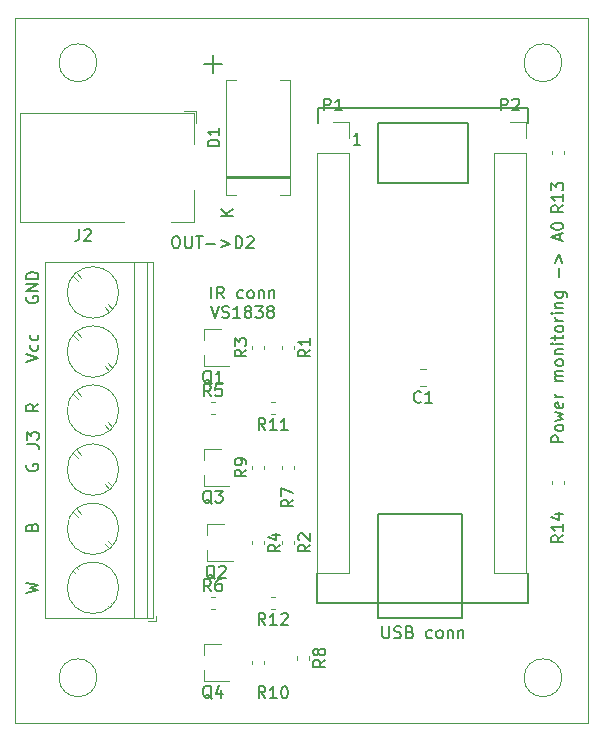
<source format=gbr>
G04 #@! TF.GenerationSoftware,KiCad,Pcbnew,5.1.9-73d0e3b20d~88~ubuntu20.04.1*
G04 #@! TF.CreationDate,2021-01-07T10:05:18+03:00*
G04 #@! TF.ProjectId,RGBschildSOT223,52474273-6368-4696-9c64-534f54323233,rev?*
G04 #@! TF.SameCoordinates,Original*
G04 #@! TF.FileFunction,Legend,Top*
G04 #@! TF.FilePolarity,Positive*
%FSLAX46Y46*%
G04 Gerber Fmt 4.6, Leading zero omitted, Abs format (unit mm)*
G04 Created by KiCad (PCBNEW 5.1.9-73d0e3b20d~88~ubuntu20.04.1) date 2021-01-07 10:05:18*
%MOMM*%
%LPD*%
G01*
G04 APERTURE LIST*
%ADD10C,0.150000*%
G04 #@! TA.AperFunction,Profile*
%ADD11C,0.100000*%
G04 #@! TD*
%ADD12C,0.120000*%
G04 APERTURE END LIST*
D10*
X126325714Y-79462380D02*
X126516190Y-79462380D01*
X126611428Y-79510000D01*
X126706666Y-79605238D01*
X126754285Y-79795714D01*
X126754285Y-80129047D01*
X126706666Y-80319523D01*
X126611428Y-80414761D01*
X126516190Y-80462380D01*
X126325714Y-80462380D01*
X126230476Y-80414761D01*
X126135238Y-80319523D01*
X126087619Y-80129047D01*
X126087619Y-79795714D01*
X126135238Y-79605238D01*
X126230476Y-79510000D01*
X126325714Y-79462380D01*
X127182857Y-79462380D02*
X127182857Y-80271904D01*
X127230476Y-80367142D01*
X127278095Y-80414761D01*
X127373333Y-80462380D01*
X127563809Y-80462380D01*
X127659047Y-80414761D01*
X127706666Y-80367142D01*
X127754285Y-80271904D01*
X127754285Y-79462380D01*
X128087619Y-79462380D02*
X128659047Y-79462380D01*
X128373333Y-80462380D02*
X128373333Y-79462380D01*
X128992380Y-80081428D02*
X129754285Y-80081428D01*
X130230476Y-79795714D02*
X130992380Y-80081428D01*
X130230476Y-80367142D01*
X131468571Y-80462380D02*
X131468571Y-79462380D01*
X131706666Y-79462380D01*
X131849523Y-79510000D01*
X131944761Y-79605238D01*
X131992380Y-79700476D01*
X132040000Y-79890952D01*
X132040000Y-80033809D01*
X131992380Y-80224285D01*
X131944761Y-80319523D01*
X131849523Y-80414761D01*
X131706666Y-80462380D01*
X131468571Y-80462380D01*
X132420952Y-79557619D02*
X132468571Y-79510000D01*
X132563809Y-79462380D01*
X132801904Y-79462380D01*
X132897142Y-79510000D01*
X132944761Y-79557619D01*
X132992380Y-79652857D01*
X132992380Y-79748095D01*
X132944761Y-79890952D01*
X132373333Y-80462380D01*
X132992380Y-80462380D01*
X129413333Y-84717380D02*
X129413333Y-83717380D01*
X130460952Y-84717380D02*
X130127619Y-84241190D01*
X129889523Y-84717380D02*
X129889523Y-83717380D01*
X130270476Y-83717380D01*
X130365714Y-83765000D01*
X130413333Y-83812619D01*
X130460952Y-83907857D01*
X130460952Y-84050714D01*
X130413333Y-84145952D01*
X130365714Y-84193571D01*
X130270476Y-84241190D01*
X129889523Y-84241190D01*
X132080000Y-84669761D02*
X131984761Y-84717380D01*
X131794285Y-84717380D01*
X131699047Y-84669761D01*
X131651428Y-84622142D01*
X131603809Y-84526904D01*
X131603809Y-84241190D01*
X131651428Y-84145952D01*
X131699047Y-84098333D01*
X131794285Y-84050714D01*
X131984761Y-84050714D01*
X132080000Y-84098333D01*
X132651428Y-84717380D02*
X132556190Y-84669761D01*
X132508571Y-84622142D01*
X132460952Y-84526904D01*
X132460952Y-84241190D01*
X132508571Y-84145952D01*
X132556190Y-84098333D01*
X132651428Y-84050714D01*
X132794285Y-84050714D01*
X132889523Y-84098333D01*
X132937142Y-84145952D01*
X132984761Y-84241190D01*
X132984761Y-84526904D01*
X132937142Y-84622142D01*
X132889523Y-84669761D01*
X132794285Y-84717380D01*
X132651428Y-84717380D01*
X133413333Y-84050714D02*
X133413333Y-84717380D01*
X133413333Y-84145952D02*
X133460952Y-84098333D01*
X133556190Y-84050714D01*
X133699047Y-84050714D01*
X133794285Y-84098333D01*
X133841904Y-84193571D01*
X133841904Y-84717380D01*
X134318095Y-84050714D02*
X134318095Y-84717380D01*
X134318095Y-84145952D02*
X134365714Y-84098333D01*
X134460952Y-84050714D01*
X134603809Y-84050714D01*
X134699047Y-84098333D01*
X134746666Y-84193571D01*
X134746666Y-84717380D01*
X129365714Y-85367380D02*
X129699047Y-86367380D01*
X130032380Y-85367380D01*
X130318095Y-86319761D02*
X130460952Y-86367380D01*
X130699047Y-86367380D01*
X130794285Y-86319761D01*
X130841904Y-86272142D01*
X130889523Y-86176904D01*
X130889523Y-86081666D01*
X130841904Y-85986428D01*
X130794285Y-85938809D01*
X130699047Y-85891190D01*
X130508571Y-85843571D01*
X130413333Y-85795952D01*
X130365714Y-85748333D01*
X130318095Y-85653095D01*
X130318095Y-85557857D01*
X130365714Y-85462619D01*
X130413333Y-85415000D01*
X130508571Y-85367380D01*
X130746666Y-85367380D01*
X130889523Y-85415000D01*
X131841904Y-86367380D02*
X131270476Y-86367380D01*
X131556190Y-86367380D02*
X131556190Y-85367380D01*
X131460952Y-85510238D01*
X131365714Y-85605476D01*
X131270476Y-85653095D01*
X132413333Y-85795952D02*
X132318095Y-85748333D01*
X132270476Y-85700714D01*
X132222857Y-85605476D01*
X132222857Y-85557857D01*
X132270476Y-85462619D01*
X132318095Y-85415000D01*
X132413333Y-85367380D01*
X132603809Y-85367380D01*
X132699047Y-85415000D01*
X132746666Y-85462619D01*
X132794285Y-85557857D01*
X132794285Y-85605476D01*
X132746666Y-85700714D01*
X132699047Y-85748333D01*
X132603809Y-85795952D01*
X132413333Y-85795952D01*
X132318095Y-85843571D01*
X132270476Y-85891190D01*
X132222857Y-85986428D01*
X132222857Y-86176904D01*
X132270476Y-86272142D01*
X132318095Y-86319761D01*
X132413333Y-86367380D01*
X132603809Y-86367380D01*
X132699047Y-86319761D01*
X132746666Y-86272142D01*
X132794285Y-86176904D01*
X132794285Y-85986428D01*
X132746666Y-85891190D01*
X132699047Y-85843571D01*
X132603809Y-85795952D01*
X133127619Y-85367380D02*
X133746666Y-85367380D01*
X133413333Y-85748333D01*
X133556190Y-85748333D01*
X133651428Y-85795952D01*
X133699047Y-85843571D01*
X133746666Y-85938809D01*
X133746666Y-86176904D01*
X133699047Y-86272142D01*
X133651428Y-86319761D01*
X133556190Y-86367380D01*
X133270476Y-86367380D01*
X133175238Y-86319761D01*
X133127619Y-86272142D01*
X134318095Y-85795952D02*
X134222857Y-85748333D01*
X134175238Y-85700714D01*
X134127619Y-85605476D01*
X134127619Y-85557857D01*
X134175238Y-85462619D01*
X134222857Y-85415000D01*
X134318095Y-85367380D01*
X134508571Y-85367380D01*
X134603809Y-85415000D01*
X134651428Y-85462619D01*
X134699047Y-85557857D01*
X134699047Y-85605476D01*
X134651428Y-85700714D01*
X134603809Y-85748333D01*
X134508571Y-85795952D01*
X134318095Y-85795952D01*
X134222857Y-85843571D01*
X134175238Y-85891190D01*
X134127619Y-85986428D01*
X134127619Y-86176904D01*
X134175238Y-86272142D01*
X134222857Y-86319761D01*
X134318095Y-86367380D01*
X134508571Y-86367380D01*
X134603809Y-86319761D01*
X134651428Y-86272142D01*
X134699047Y-86176904D01*
X134699047Y-85986428D01*
X134651428Y-85891190D01*
X134603809Y-85843571D01*
X134508571Y-85795952D01*
X138430000Y-68580000D02*
X138430000Y-69850000D01*
X156210000Y-68580000D02*
X138430000Y-68580000D01*
X156210000Y-69850000D02*
X156210000Y-68580000D01*
X159202380Y-96891904D02*
X158202380Y-96891904D01*
X158202380Y-96510952D01*
X158250000Y-96415714D01*
X158297619Y-96368095D01*
X158392857Y-96320476D01*
X158535714Y-96320476D01*
X158630952Y-96368095D01*
X158678571Y-96415714D01*
X158726190Y-96510952D01*
X158726190Y-96891904D01*
X159202380Y-95749047D02*
X159154761Y-95844285D01*
X159107142Y-95891904D01*
X159011904Y-95939523D01*
X158726190Y-95939523D01*
X158630952Y-95891904D01*
X158583333Y-95844285D01*
X158535714Y-95749047D01*
X158535714Y-95606190D01*
X158583333Y-95510952D01*
X158630952Y-95463333D01*
X158726190Y-95415714D01*
X159011904Y-95415714D01*
X159107142Y-95463333D01*
X159154761Y-95510952D01*
X159202380Y-95606190D01*
X159202380Y-95749047D01*
X158535714Y-95082380D02*
X159202380Y-94891904D01*
X158726190Y-94701428D01*
X159202380Y-94510952D01*
X158535714Y-94320476D01*
X159154761Y-93558571D02*
X159202380Y-93653809D01*
X159202380Y-93844285D01*
X159154761Y-93939523D01*
X159059523Y-93987142D01*
X158678571Y-93987142D01*
X158583333Y-93939523D01*
X158535714Y-93844285D01*
X158535714Y-93653809D01*
X158583333Y-93558571D01*
X158678571Y-93510952D01*
X158773809Y-93510952D01*
X158869047Y-93987142D01*
X159202380Y-93082380D02*
X158535714Y-93082380D01*
X158726190Y-93082380D02*
X158630952Y-93034761D01*
X158583333Y-92987142D01*
X158535714Y-92891904D01*
X158535714Y-92796666D01*
X159202380Y-91701428D02*
X158535714Y-91701428D01*
X158630952Y-91701428D02*
X158583333Y-91653809D01*
X158535714Y-91558571D01*
X158535714Y-91415714D01*
X158583333Y-91320476D01*
X158678571Y-91272857D01*
X159202380Y-91272857D01*
X158678571Y-91272857D02*
X158583333Y-91225238D01*
X158535714Y-91130000D01*
X158535714Y-90987142D01*
X158583333Y-90891904D01*
X158678571Y-90844285D01*
X159202380Y-90844285D01*
X159202380Y-90225238D02*
X159154761Y-90320476D01*
X159107142Y-90368095D01*
X159011904Y-90415714D01*
X158726190Y-90415714D01*
X158630952Y-90368095D01*
X158583333Y-90320476D01*
X158535714Y-90225238D01*
X158535714Y-90082380D01*
X158583333Y-89987142D01*
X158630952Y-89939523D01*
X158726190Y-89891904D01*
X159011904Y-89891904D01*
X159107142Y-89939523D01*
X159154761Y-89987142D01*
X159202380Y-90082380D01*
X159202380Y-90225238D01*
X158535714Y-89463333D02*
X159202380Y-89463333D01*
X158630952Y-89463333D02*
X158583333Y-89415714D01*
X158535714Y-89320476D01*
X158535714Y-89177619D01*
X158583333Y-89082380D01*
X158678571Y-89034761D01*
X159202380Y-89034761D01*
X159202380Y-88558571D02*
X158535714Y-88558571D01*
X158202380Y-88558571D02*
X158250000Y-88606190D01*
X158297619Y-88558571D01*
X158250000Y-88510952D01*
X158202380Y-88558571D01*
X158297619Y-88558571D01*
X158535714Y-88225238D02*
X158535714Y-87844285D01*
X158202380Y-88082380D02*
X159059523Y-88082380D01*
X159154761Y-88034761D01*
X159202380Y-87939523D01*
X159202380Y-87844285D01*
X159202380Y-87368095D02*
X159154761Y-87463333D01*
X159107142Y-87510952D01*
X159011904Y-87558571D01*
X158726190Y-87558571D01*
X158630952Y-87510952D01*
X158583333Y-87463333D01*
X158535714Y-87368095D01*
X158535714Y-87225238D01*
X158583333Y-87130000D01*
X158630952Y-87082380D01*
X158726190Y-87034761D01*
X159011904Y-87034761D01*
X159107142Y-87082380D01*
X159154761Y-87130000D01*
X159202380Y-87225238D01*
X159202380Y-87368095D01*
X159202380Y-86606190D02*
X158535714Y-86606190D01*
X158726190Y-86606190D02*
X158630952Y-86558571D01*
X158583333Y-86510952D01*
X158535714Y-86415714D01*
X158535714Y-86320476D01*
X159202380Y-85987142D02*
X158535714Y-85987142D01*
X158202380Y-85987142D02*
X158250000Y-86034761D01*
X158297619Y-85987142D01*
X158250000Y-85939523D01*
X158202380Y-85987142D01*
X158297619Y-85987142D01*
X158535714Y-85510952D02*
X159202380Y-85510952D01*
X158630952Y-85510952D02*
X158583333Y-85463333D01*
X158535714Y-85368095D01*
X158535714Y-85225238D01*
X158583333Y-85130000D01*
X158678571Y-85082380D01*
X159202380Y-85082380D01*
X158535714Y-84177619D02*
X159345238Y-84177619D01*
X159440476Y-84225238D01*
X159488095Y-84272857D01*
X159535714Y-84368095D01*
X159535714Y-84510952D01*
X159488095Y-84606190D01*
X159154761Y-84177619D02*
X159202380Y-84272857D01*
X159202380Y-84463333D01*
X159154761Y-84558571D01*
X159107142Y-84606190D01*
X159011904Y-84653809D01*
X158726190Y-84653809D01*
X158630952Y-84606190D01*
X158583333Y-84558571D01*
X158535714Y-84463333D01*
X158535714Y-84272857D01*
X158583333Y-84177619D01*
X158821428Y-82939523D02*
X158821428Y-82177619D01*
X158535714Y-81701428D02*
X158821428Y-80939523D01*
X159107142Y-81701428D01*
X158916666Y-79749047D02*
X158916666Y-79272857D01*
X159202380Y-79844285D02*
X158202380Y-79510952D01*
X159202380Y-79177619D01*
X158202380Y-78653809D02*
X158202380Y-78558571D01*
X158250000Y-78463333D01*
X158297619Y-78415714D01*
X158392857Y-78368095D01*
X158583333Y-78320476D01*
X158821428Y-78320476D01*
X159011904Y-78368095D01*
X159107142Y-78415714D01*
X159154761Y-78463333D01*
X159202380Y-78558571D01*
X159202380Y-78653809D01*
X159154761Y-78749047D01*
X159107142Y-78796666D01*
X159011904Y-78844285D01*
X158821428Y-78891904D01*
X158583333Y-78891904D01*
X158392857Y-78844285D01*
X158297619Y-78796666D01*
X158250000Y-78749047D01*
X158202380Y-78653809D01*
X156210000Y-107950000D02*
X156210000Y-110490000D01*
X138370000Y-108010000D02*
X138370000Y-110490000D01*
X143510000Y-74930000D02*
X143510000Y-69850000D01*
X151130000Y-74930000D02*
X143510000Y-74930000D01*
X151130000Y-69850000D02*
X151130000Y-74930000D01*
X143510000Y-69850000D02*
X151130000Y-69850000D01*
X143891428Y-112482380D02*
X143891428Y-113291904D01*
X143939047Y-113387142D01*
X143986666Y-113434761D01*
X144081904Y-113482380D01*
X144272380Y-113482380D01*
X144367619Y-113434761D01*
X144415238Y-113387142D01*
X144462857Y-113291904D01*
X144462857Y-112482380D01*
X144891428Y-113434761D02*
X145034285Y-113482380D01*
X145272380Y-113482380D01*
X145367619Y-113434761D01*
X145415238Y-113387142D01*
X145462857Y-113291904D01*
X145462857Y-113196666D01*
X145415238Y-113101428D01*
X145367619Y-113053809D01*
X145272380Y-113006190D01*
X145081904Y-112958571D01*
X144986666Y-112910952D01*
X144939047Y-112863333D01*
X144891428Y-112768095D01*
X144891428Y-112672857D01*
X144939047Y-112577619D01*
X144986666Y-112530000D01*
X145081904Y-112482380D01*
X145320000Y-112482380D01*
X145462857Y-112530000D01*
X146224761Y-112958571D02*
X146367619Y-113006190D01*
X146415238Y-113053809D01*
X146462857Y-113149047D01*
X146462857Y-113291904D01*
X146415238Y-113387142D01*
X146367619Y-113434761D01*
X146272380Y-113482380D01*
X145891428Y-113482380D01*
X145891428Y-112482380D01*
X146224761Y-112482380D01*
X146320000Y-112530000D01*
X146367619Y-112577619D01*
X146415238Y-112672857D01*
X146415238Y-112768095D01*
X146367619Y-112863333D01*
X146320000Y-112910952D01*
X146224761Y-112958571D01*
X145891428Y-112958571D01*
X148081904Y-113434761D02*
X147986666Y-113482380D01*
X147796190Y-113482380D01*
X147700952Y-113434761D01*
X147653333Y-113387142D01*
X147605714Y-113291904D01*
X147605714Y-113006190D01*
X147653333Y-112910952D01*
X147700952Y-112863333D01*
X147796190Y-112815714D01*
X147986666Y-112815714D01*
X148081904Y-112863333D01*
X148653333Y-113482380D02*
X148558095Y-113434761D01*
X148510476Y-113387142D01*
X148462857Y-113291904D01*
X148462857Y-113006190D01*
X148510476Y-112910952D01*
X148558095Y-112863333D01*
X148653333Y-112815714D01*
X148796190Y-112815714D01*
X148891428Y-112863333D01*
X148939047Y-112910952D01*
X148986666Y-113006190D01*
X148986666Y-113291904D01*
X148939047Y-113387142D01*
X148891428Y-113434761D01*
X148796190Y-113482380D01*
X148653333Y-113482380D01*
X149415238Y-112815714D02*
X149415238Y-113482380D01*
X149415238Y-112910952D02*
X149462857Y-112863333D01*
X149558095Y-112815714D01*
X149700952Y-112815714D01*
X149796190Y-112863333D01*
X149843809Y-112958571D01*
X149843809Y-113482380D01*
X150320000Y-112815714D02*
X150320000Y-113482380D01*
X150320000Y-112910952D02*
X150367619Y-112863333D01*
X150462857Y-112815714D01*
X150605714Y-112815714D01*
X150700952Y-112863333D01*
X150748571Y-112958571D01*
X150748571Y-113482380D01*
X138430000Y-110490000D02*
X156210000Y-110490000D01*
X113800000Y-84581904D02*
X113752380Y-84677142D01*
X113752380Y-84820000D01*
X113800000Y-84962857D01*
X113895238Y-85058095D01*
X113990476Y-85105714D01*
X114180952Y-85153333D01*
X114323809Y-85153333D01*
X114514285Y-85105714D01*
X114609523Y-85058095D01*
X114704761Y-84962857D01*
X114752380Y-84820000D01*
X114752380Y-84724761D01*
X114704761Y-84581904D01*
X114657142Y-84534285D01*
X114323809Y-84534285D01*
X114323809Y-84724761D01*
X114752380Y-84105714D02*
X113752380Y-84105714D01*
X114752380Y-83534285D01*
X113752380Y-83534285D01*
X114752380Y-83058095D02*
X113752380Y-83058095D01*
X113752380Y-82820000D01*
X113800000Y-82677142D01*
X113895238Y-82581904D01*
X113990476Y-82534285D01*
X114180952Y-82486666D01*
X114323809Y-82486666D01*
X114514285Y-82534285D01*
X114609523Y-82581904D01*
X114704761Y-82677142D01*
X114752380Y-82820000D01*
X114752380Y-83058095D01*
X113752380Y-90090476D02*
X114752380Y-89757142D01*
X113752380Y-89423809D01*
X114704761Y-88661904D02*
X114752380Y-88757142D01*
X114752380Y-88947619D01*
X114704761Y-89042857D01*
X114657142Y-89090476D01*
X114561904Y-89138095D01*
X114276190Y-89138095D01*
X114180952Y-89090476D01*
X114133333Y-89042857D01*
X114085714Y-88947619D01*
X114085714Y-88757142D01*
X114133333Y-88661904D01*
X114704761Y-87804761D02*
X114752380Y-87900000D01*
X114752380Y-88090476D01*
X114704761Y-88185714D01*
X114657142Y-88233333D01*
X114561904Y-88280952D01*
X114276190Y-88280952D01*
X114180952Y-88233333D01*
X114133333Y-88185714D01*
X114085714Y-88090476D01*
X114085714Y-87900000D01*
X114133333Y-87804761D01*
X114752380Y-93670476D02*
X114276190Y-94003809D01*
X114752380Y-94241904D02*
X113752380Y-94241904D01*
X113752380Y-93860952D01*
X113800000Y-93765714D01*
X113847619Y-93718095D01*
X113942857Y-93670476D01*
X114085714Y-93670476D01*
X114180952Y-93718095D01*
X114228571Y-93765714D01*
X114276190Y-93860952D01*
X114276190Y-94241904D01*
X113800000Y-98798095D02*
X113752380Y-98893333D01*
X113752380Y-99036190D01*
X113800000Y-99179047D01*
X113895238Y-99274285D01*
X113990476Y-99321904D01*
X114180952Y-99369523D01*
X114323809Y-99369523D01*
X114514285Y-99321904D01*
X114609523Y-99274285D01*
X114704761Y-99179047D01*
X114752380Y-99036190D01*
X114752380Y-98940952D01*
X114704761Y-98798095D01*
X114657142Y-98750476D01*
X114323809Y-98750476D01*
X114323809Y-98940952D01*
X114228571Y-104068571D02*
X114276190Y-103925714D01*
X114323809Y-103878095D01*
X114419047Y-103830476D01*
X114561904Y-103830476D01*
X114657142Y-103878095D01*
X114704761Y-103925714D01*
X114752380Y-104020952D01*
X114752380Y-104401904D01*
X113752380Y-104401904D01*
X113752380Y-104068571D01*
X113800000Y-103973333D01*
X113847619Y-103925714D01*
X113942857Y-103878095D01*
X114038095Y-103878095D01*
X114133333Y-103925714D01*
X114180952Y-103973333D01*
X114228571Y-104068571D01*
X114228571Y-104401904D01*
X113752380Y-109648571D02*
X114752380Y-109410476D01*
X114038095Y-109220000D01*
X114752380Y-109029523D01*
X113752380Y-108791428D01*
X128778095Y-64912857D02*
X130301904Y-64912857D01*
X129540000Y-65674761D02*
X129540000Y-64150952D01*
D11*
X159080000Y-116840000D02*
G75*
G03*
X159080000Y-116840000I-1600000J0D01*
G01*
X119710000Y-116840000D02*
G75*
G03*
X119710000Y-116840000I-1600000J0D01*
G01*
X159080000Y-64770000D02*
G75*
G03*
X159080000Y-64770000I-1600000J0D01*
G01*
X119710000Y-64770000D02*
G75*
G03*
X119710000Y-64770000I-1600000J0D01*
G01*
X112776000Y-60960000D02*
X161290000Y-60960000D01*
D10*
X142017714Y-71699380D02*
X141446285Y-71699380D01*
X141732000Y-71699380D02*
X141732000Y-70699380D01*
X141636761Y-70842238D01*
X141541523Y-70937476D01*
X141446285Y-70985095D01*
X150622000Y-102997000D02*
X150622000Y-111760000D01*
X143510000Y-102997000D02*
X150622000Y-102997000D01*
X143510000Y-110617000D02*
X143510000Y-102997000D01*
X143510000Y-110617000D02*
X143510000Y-111760000D01*
X143510000Y-111760000D02*
X150622000Y-111760000D01*
D11*
X112776000Y-60960000D02*
X112776000Y-120650000D01*
X161290000Y-120650000D02*
X161290000Y-60960000D01*
X112776000Y-120650000D02*
X161290000Y-120650000D01*
D12*
G04 #@! TO.C,R14*
X159260000Y-100183733D02*
X159260000Y-100476267D01*
X158240000Y-100183733D02*
X158240000Y-100476267D01*
G04 #@! TO.C,R13*
X159260000Y-72243733D02*
X159260000Y-72536267D01*
X158240000Y-72243733D02*
X158240000Y-72536267D01*
G04 #@! TO.C,C1*
X147581252Y-92175000D02*
X147058748Y-92175000D01*
X147581252Y-90705000D02*
X147058748Y-90705000D01*
G04 #@! TO.C,D1*
X131510000Y-75990000D02*
X130630000Y-75990000D01*
X130630000Y-75990000D02*
X130630000Y-66250000D01*
X130630000Y-66250000D02*
X131510000Y-66250000D01*
X135190000Y-75990000D02*
X136070000Y-75990000D01*
X136070000Y-75990000D02*
X136070000Y-66250000D01*
X136070000Y-66250000D02*
X135190000Y-66250000D01*
X130630000Y-74445000D02*
X136070000Y-74445000D01*
X130630000Y-74325000D02*
X136070000Y-74325000D01*
X130630000Y-74565000D02*
X136070000Y-74565000D01*
G04 #@! TO.C,P2*
X154686000Y-69790000D02*
X156016000Y-69790000D01*
X156016000Y-69790000D02*
X156016000Y-71120000D01*
X156016000Y-72390000D02*
X156016000Y-108010000D01*
X153356000Y-108010000D02*
X156016000Y-108010000D01*
X153356000Y-72390000D02*
X153356000Y-108010000D01*
X153356000Y-72390000D02*
X156016000Y-72390000D01*
G04 #@! TO.C,R12*
X134766267Y-111000000D02*
X134473733Y-111000000D01*
X134766267Y-109980000D02*
X134473733Y-109980000D01*
G04 #@! TO.C,R11*
X134766267Y-94490000D02*
X134473733Y-94490000D01*
X134766267Y-93470000D02*
X134473733Y-93470000D01*
G04 #@! TO.C,R10*
X133860000Y-115423733D02*
X133860000Y-115716267D01*
X132840000Y-115423733D02*
X132840000Y-115716267D01*
G04 #@! TO.C,R9*
X132840000Y-99206267D02*
X132840000Y-98913733D01*
X133860000Y-99206267D02*
X133860000Y-98913733D01*
G04 #@! TO.C,R8*
X137670000Y-115016233D02*
X137670000Y-115308767D01*
X136650000Y-115016233D02*
X136650000Y-115308767D01*
G04 #@! TO.C,R7*
X135380000Y-99206267D02*
X135380000Y-98913733D01*
X136400000Y-99206267D02*
X136400000Y-98913733D01*
G04 #@! TO.C,R6*
X129393733Y-109980000D02*
X129686267Y-109980000D01*
X129393733Y-111000000D02*
X129686267Y-111000000D01*
G04 #@! TO.C,R5*
X129393733Y-93470000D02*
X129686267Y-93470000D01*
X129393733Y-94490000D02*
X129686267Y-94490000D01*
G04 #@! TO.C,R4*
X133860000Y-105263733D02*
X133860000Y-105556267D01*
X132840000Y-105263733D02*
X132840000Y-105556267D01*
G04 #@! TO.C,R3*
X132840000Y-89046267D02*
X132840000Y-88753733D01*
X133860000Y-89046267D02*
X133860000Y-88753733D01*
G04 #@! TO.C,R2*
X136400000Y-105263733D02*
X136400000Y-105556267D01*
X135380000Y-105263733D02*
X135380000Y-105556267D01*
G04 #@! TO.C,R1*
X136400000Y-88753733D02*
X136400000Y-89046267D01*
X135380000Y-88753733D02*
X135380000Y-89046267D01*
G04 #@! TO.C,Q4*
X128780000Y-113990000D02*
X128780000Y-114920000D01*
X128780000Y-117150000D02*
X128780000Y-116220000D01*
X128780000Y-117150000D02*
X130940000Y-117150000D01*
X128780000Y-113990000D02*
X130240000Y-113990000D01*
G04 #@! TO.C,Q3*
X128780000Y-97480000D02*
X128780000Y-98410000D01*
X128780000Y-100640000D02*
X128780000Y-99710000D01*
X128780000Y-100640000D02*
X130940000Y-100640000D01*
X128780000Y-97480000D02*
X130240000Y-97480000D01*
G04 #@! TO.C,Q2*
X129050000Y-103830000D02*
X129050000Y-104760000D01*
X129050000Y-106990000D02*
X129050000Y-106060000D01*
X129050000Y-106990000D02*
X131210000Y-106990000D01*
X129050000Y-103830000D02*
X130510000Y-103830000D01*
G04 #@! TO.C,Q1*
X128780000Y-87320000D02*
X128780000Y-88250000D01*
X128780000Y-90480000D02*
X128780000Y-89550000D01*
X128780000Y-90480000D02*
X130940000Y-90480000D01*
X128780000Y-87320000D02*
X130240000Y-87320000D01*
G04 #@! TO.C,P1*
X138370000Y-72390000D02*
X141030000Y-72390000D01*
X138370000Y-72390000D02*
X138370000Y-108010000D01*
X138370000Y-108010000D02*
X141030000Y-108010000D01*
X141030000Y-72390000D02*
X141030000Y-108010000D01*
X141030000Y-69790000D02*
X141030000Y-71120000D01*
X139700000Y-69790000D02*
X141030000Y-69790000D01*
G04 #@! TO.C,J3*
X121560000Y-109220000D02*
G75*
G03*
X121560000Y-109220000I-2180000J0D01*
G01*
X121560000Y-104220000D02*
G75*
G03*
X121560000Y-104220000I-2180000J0D01*
G01*
X121560000Y-99220000D02*
G75*
G03*
X121560000Y-99220000I-2180000J0D01*
G01*
X121560000Y-94220000D02*
G75*
G03*
X121560000Y-94220000I-2180000J0D01*
G01*
X121560000Y-89220000D02*
G75*
G03*
X121560000Y-89220000I-2180000J0D01*
G01*
X121560000Y-84220000D02*
G75*
G03*
X121560000Y-84220000I-2180000J0D01*
G01*
X123980000Y-111780000D02*
X123980000Y-81660000D01*
X122880000Y-111780000D02*
X122880000Y-81660000D01*
X115320000Y-111780000D02*
X115320000Y-81660000D01*
X124440000Y-111780000D02*
X124440000Y-81660000D01*
X115320000Y-111780000D02*
X124440000Y-111780000D01*
X115320000Y-81660000D02*
X124440000Y-81660000D01*
X117992000Y-107566000D02*
X118099000Y-107673000D01*
X120927000Y-110502000D02*
X121034000Y-110608000D01*
X117726000Y-107832000D02*
X117833000Y-107939000D01*
X120661000Y-110768000D02*
X120768000Y-110874000D01*
X117992000Y-102566000D02*
X118388000Y-102961000D01*
X120654000Y-105227000D02*
X121034000Y-105607000D01*
X117726000Y-102832000D02*
X118106000Y-103212000D01*
X120372000Y-105478000D02*
X120768000Y-105873000D01*
X117992000Y-97566000D02*
X118388000Y-97961000D01*
X120654000Y-100227000D02*
X121034000Y-100607000D01*
X117726000Y-97832000D02*
X118106000Y-98212000D01*
X120372000Y-100478000D02*
X120768000Y-100873000D01*
X117992000Y-92566000D02*
X118388000Y-92961000D01*
X120654000Y-95227000D02*
X121034000Y-95607000D01*
X117726000Y-92832000D02*
X118106000Y-93212000D01*
X120372000Y-95478000D02*
X120768000Y-95873000D01*
X117992000Y-87566000D02*
X118388000Y-87961000D01*
X120654000Y-90227000D02*
X121034000Y-90607000D01*
X117726000Y-87832000D02*
X118106000Y-88212000D01*
X120372000Y-90478000D02*
X120768000Y-90873000D01*
X117992000Y-82566000D02*
X118388000Y-82961000D01*
X120654000Y-85227000D02*
X121034000Y-85607000D01*
X117726000Y-82832000D02*
X118106000Y-83212000D01*
X120372000Y-85478000D02*
X120768000Y-85873000D01*
X124040000Y-112020000D02*
X124680000Y-112020000D01*
X124680000Y-112020000D02*
X124680000Y-111620000D01*
G04 #@! TO.C,J2*
X127900000Y-69060000D02*
X127900000Y-71660000D01*
X113200000Y-69060000D02*
X127900000Y-69060000D01*
X127900000Y-78260000D02*
X126000000Y-78260000D01*
X127900000Y-75560000D02*
X127900000Y-78260000D01*
X113200000Y-78260000D02*
X113200000Y-69060000D01*
X122000000Y-78260000D02*
X113200000Y-78260000D01*
X127050000Y-68860000D02*
X128100000Y-68860000D01*
X128100000Y-69910000D02*
X128100000Y-68860000D01*
G04 #@! TD*
G04 #@! TO.C,R14*
D10*
X159202380Y-104782857D02*
X158726190Y-105116190D01*
X159202380Y-105354285D02*
X158202380Y-105354285D01*
X158202380Y-104973333D01*
X158250000Y-104878095D01*
X158297619Y-104830476D01*
X158392857Y-104782857D01*
X158535714Y-104782857D01*
X158630952Y-104830476D01*
X158678571Y-104878095D01*
X158726190Y-104973333D01*
X158726190Y-105354285D01*
X159202380Y-103830476D02*
X159202380Y-104401904D01*
X159202380Y-104116190D02*
X158202380Y-104116190D01*
X158345238Y-104211428D01*
X158440476Y-104306666D01*
X158488095Y-104401904D01*
X158535714Y-102973333D02*
X159202380Y-102973333D01*
X158154761Y-103211428D02*
X158869047Y-103449523D01*
X158869047Y-102830476D01*
G04 #@! TO.C,R13*
X159202380Y-76842857D02*
X158726190Y-77176190D01*
X159202380Y-77414285D02*
X158202380Y-77414285D01*
X158202380Y-77033333D01*
X158250000Y-76938095D01*
X158297619Y-76890476D01*
X158392857Y-76842857D01*
X158535714Y-76842857D01*
X158630952Y-76890476D01*
X158678571Y-76938095D01*
X158726190Y-77033333D01*
X158726190Y-77414285D01*
X159202380Y-75890476D02*
X159202380Y-76461904D01*
X159202380Y-76176190D02*
X158202380Y-76176190D01*
X158345238Y-76271428D01*
X158440476Y-76366666D01*
X158488095Y-76461904D01*
X158202380Y-75557142D02*
X158202380Y-74938095D01*
X158583333Y-75271428D01*
X158583333Y-75128571D01*
X158630952Y-75033333D01*
X158678571Y-74985714D01*
X158773809Y-74938095D01*
X159011904Y-74938095D01*
X159107142Y-74985714D01*
X159154761Y-75033333D01*
X159202380Y-75128571D01*
X159202380Y-75414285D01*
X159154761Y-75509523D01*
X159107142Y-75557142D01*
G04 #@! TO.C,C1*
X147153333Y-93477142D02*
X147105714Y-93524761D01*
X146962857Y-93572380D01*
X146867619Y-93572380D01*
X146724761Y-93524761D01*
X146629523Y-93429523D01*
X146581904Y-93334285D01*
X146534285Y-93143809D01*
X146534285Y-93000952D01*
X146581904Y-92810476D01*
X146629523Y-92715238D01*
X146724761Y-92620000D01*
X146867619Y-92572380D01*
X146962857Y-92572380D01*
X147105714Y-92620000D01*
X147153333Y-92667619D01*
X148105714Y-93572380D02*
X147534285Y-93572380D01*
X147820000Y-93572380D02*
X147820000Y-92572380D01*
X147724761Y-92715238D01*
X147629523Y-92810476D01*
X147534285Y-92858095D01*
G04 #@! TO.C,D1*
X130082380Y-71858095D02*
X129082380Y-71858095D01*
X129082380Y-71620000D01*
X129130000Y-71477142D01*
X129225238Y-71381904D01*
X129320476Y-71334285D01*
X129510952Y-71286666D01*
X129653809Y-71286666D01*
X129844285Y-71334285D01*
X129939523Y-71381904D01*
X130034761Y-71477142D01*
X130082380Y-71620000D01*
X130082380Y-71858095D01*
X130082380Y-70334285D02*
X130082380Y-70905714D01*
X130082380Y-70620000D02*
X129082380Y-70620000D01*
X129225238Y-70715238D01*
X129320476Y-70810476D01*
X129368095Y-70905714D01*
X131202380Y-77731904D02*
X130202380Y-77731904D01*
X131202380Y-77160476D02*
X130630952Y-77589047D01*
X130202380Y-77160476D02*
X130773809Y-77731904D01*
G04 #@! TO.C,P2*
X153947904Y-68802380D02*
X153947904Y-67802380D01*
X154328857Y-67802380D01*
X154424095Y-67850000D01*
X154471714Y-67897619D01*
X154519333Y-67992857D01*
X154519333Y-68135714D01*
X154471714Y-68230952D01*
X154424095Y-68278571D01*
X154328857Y-68326190D01*
X153947904Y-68326190D01*
X154900285Y-67897619D02*
X154947904Y-67850000D01*
X155043142Y-67802380D01*
X155281238Y-67802380D01*
X155376476Y-67850000D01*
X155424095Y-67897619D01*
X155471714Y-67992857D01*
X155471714Y-68088095D01*
X155424095Y-68230952D01*
X154852666Y-68802380D01*
X155471714Y-68802380D01*
G04 #@! TO.C,R12*
X133977142Y-112372380D02*
X133643809Y-111896190D01*
X133405714Y-112372380D02*
X133405714Y-111372380D01*
X133786666Y-111372380D01*
X133881904Y-111420000D01*
X133929523Y-111467619D01*
X133977142Y-111562857D01*
X133977142Y-111705714D01*
X133929523Y-111800952D01*
X133881904Y-111848571D01*
X133786666Y-111896190D01*
X133405714Y-111896190D01*
X134929523Y-112372380D02*
X134358095Y-112372380D01*
X134643809Y-112372380D02*
X134643809Y-111372380D01*
X134548571Y-111515238D01*
X134453333Y-111610476D01*
X134358095Y-111658095D01*
X135310476Y-111467619D02*
X135358095Y-111420000D01*
X135453333Y-111372380D01*
X135691428Y-111372380D01*
X135786666Y-111420000D01*
X135834285Y-111467619D01*
X135881904Y-111562857D01*
X135881904Y-111658095D01*
X135834285Y-111800952D01*
X135262857Y-112372380D01*
X135881904Y-112372380D01*
G04 #@! TO.C,R11*
X133977142Y-95862380D02*
X133643809Y-95386190D01*
X133405714Y-95862380D02*
X133405714Y-94862380D01*
X133786666Y-94862380D01*
X133881904Y-94910000D01*
X133929523Y-94957619D01*
X133977142Y-95052857D01*
X133977142Y-95195714D01*
X133929523Y-95290952D01*
X133881904Y-95338571D01*
X133786666Y-95386190D01*
X133405714Y-95386190D01*
X134929523Y-95862380D02*
X134358095Y-95862380D01*
X134643809Y-95862380D02*
X134643809Y-94862380D01*
X134548571Y-95005238D01*
X134453333Y-95100476D01*
X134358095Y-95148095D01*
X135881904Y-95862380D02*
X135310476Y-95862380D01*
X135596190Y-95862380D02*
X135596190Y-94862380D01*
X135500952Y-95005238D01*
X135405714Y-95100476D01*
X135310476Y-95148095D01*
G04 #@! TO.C,R10*
X133977142Y-118562380D02*
X133643809Y-118086190D01*
X133405714Y-118562380D02*
X133405714Y-117562380D01*
X133786666Y-117562380D01*
X133881904Y-117610000D01*
X133929523Y-117657619D01*
X133977142Y-117752857D01*
X133977142Y-117895714D01*
X133929523Y-117990952D01*
X133881904Y-118038571D01*
X133786666Y-118086190D01*
X133405714Y-118086190D01*
X134929523Y-118562380D02*
X134358095Y-118562380D01*
X134643809Y-118562380D02*
X134643809Y-117562380D01*
X134548571Y-117705238D01*
X134453333Y-117800476D01*
X134358095Y-117848095D01*
X135548571Y-117562380D02*
X135643809Y-117562380D01*
X135739047Y-117610000D01*
X135786666Y-117657619D01*
X135834285Y-117752857D01*
X135881904Y-117943333D01*
X135881904Y-118181428D01*
X135834285Y-118371904D01*
X135786666Y-118467142D01*
X135739047Y-118514761D01*
X135643809Y-118562380D01*
X135548571Y-118562380D01*
X135453333Y-118514761D01*
X135405714Y-118467142D01*
X135358095Y-118371904D01*
X135310476Y-118181428D01*
X135310476Y-117943333D01*
X135358095Y-117752857D01*
X135405714Y-117657619D01*
X135453333Y-117610000D01*
X135548571Y-117562380D01*
G04 #@! TO.C,R9*
X132372380Y-99226666D02*
X131896190Y-99560000D01*
X132372380Y-99798095D02*
X131372380Y-99798095D01*
X131372380Y-99417142D01*
X131420000Y-99321904D01*
X131467619Y-99274285D01*
X131562857Y-99226666D01*
X131705714Y-99226666D01*
X131800952Y-99274285D01*
X131848571Y-99321904D01*
X131896190Y-99417142D01*
X131896190Y-99798095D01*
X132372380Y-98750476D02*
X132372380Y-98560000D01*
X132324761Y-98464761D01*
X132277142Y-98417142D01*
X132134285Y-98321904D01*
X131943809Y-98274285D01*
X131562857Y-98274285D01*
X131467619Y-98321904D01*
X131420000Y-98369523D01*
X131372380Y-98464761D01*
X131372380Y-98655238D01*
X131420000Y-98750476D01*
X131467619Y-98798095D01*
X131562857Y-98845714D01*
X131800952Y-98845714D01*
X131896190Y-98798095D01*
X131943809Y-98750476D01*
X131991428Y-98655238D01*
X131991428Y-98464761D01*
X131943809Y-98369523D01*
X131896190Y-98321904D01*
X131800952Y-98274285D01*
G04 #@! TO.C,R8*
X139042380Y-115329166D02*
X138566190Y-115662500D01*
X139042380Y-115900595D02*
X138042380Y-115900595D01*
X138042380Y-115519642D01*
X138090000Y-115424404D01*
X138137619Y-115376785D01*
X138232857Y-115329166D01*
X138375714Y-115329166D01*
X138470952Y-115376785D01*
X138518571Y-115424404D01*
X138566190Y-115519642D01*
X138566190Y-115900595D01*
X138470952Y-114757738D02*
X138423333Y-114852976D01*
X138375714Y-114900595D01*
X138280476Y-114948214D01*
X138232857Y-114948214D01*
X138137619Y-114900595D01*
X138090000Y-114852976D01*
X138042380Y-114757738D01*
X138042380Y-114567261D01*
X138090000Y-114472023D01*
X138137619Y-114424404D01*
X138232857Y-114376785D01*
X138280476Y-114376785D01*
X138375714Y-114424404D01*
X138423333Y-114472023D01*
X138470952Y-114567261D01*
X138470952Y-114757738D01*
X138518571Y-114852976D01*
X138566190Y-114900595D01*
X138661428Y-114948214D01*
X138851904Y-114948214D01*
X138947142Y-114900595D01*
X138994761Y-114852976D01*
X139042380Y-114757738D01*
X139042380Y-114567261D01*
X138994761Y-114472023D01*
X138947142Y-114424404D01*
X138851904Y-114376785D01*
X138661428Y-114376785D01*
X138566190Y-114424404D01*
X138518571Y-114472023D01*
X138470952Y-114567261D01*
G04 #@! TO.C,R7*
X136342380Y-101766666D02*
X135866190Y-102100000D01*
X136342380Y-102338095D02*
X135342380Y-102338095D01*
X135342380Y-101957142D01*
X135390000Y-101861904D01*
X135437619Y-101814285D01*
X135532857Y-101766666D01*
X135675714Y-101766666D01*
X135770952Y-101814285D01*
X135818571Y-101861904D01*
X135866190Y-101957142D01*
X135866190Y-102338095D01*
X135342380Y-101433333D02*
X135342380Y-100766666D01*
X136342380Y-101195238D01*
G04 #@! TO.C,R6*
X129373333Y-109512380D02*
X129040000Y-109036190D01*
X128801904Y-109512380D02*
X128801904Y-108512380D01*
X129182857Y-108512380D01*
X129278095Y-108560000D01*
X129325714Y-108607619D01*
X129373333Y-108702857D01*
X129373333Y-108845714D01*
X129325714Y-108940952D01*
X129278095Y-108988571D01*
X129182857Y-109036190D01*
X128801904Y-109036190D01*
X130230476Y-108512380D02*
X130040000Y-108512380D01*
X129944761Y-108560000D01*
X129897142Y-108607619D01*
X129801904Y-108750476D01*
X129754285Y-108940952D01*
X129754285Y-109321904D01*
X129801904Y-109417142D01*
X129849523Y-109464761D01*
X129944761Y-109512380D01*
X130135238Y-109512380D01*
X130230476Y-109464761D01*
X130278095Y-109417142D01*
X130325714Y-109321904D01*
X130325714Y-109083809D01*
X130278095Y-108988571D01*
X130230476Y-108940952D01*
X130135238Y-108893333D01*
X129944761Y-108893333D01*
X129849523Y-108940952D01*
X129801904Y-108988571D01*
X129754285Y-109083809D01*
G04 #@! TO.C,R5*
X129373333Y-93002380D02*
X129040000Y-92526190D01*
X128801904Y-93002380D02*
X128801904Y-92002380D01*
X129182857Y-92002380D01*
X129278095Y-92050000D01*
X129325714Y-92097619D01*
X129373333Y-92192857D01*
X129373333Y-92335714D01*
X129325714Y-92430952D01*
X129278095Y-92478571D01*
X129182857Y-92526190D01*
X128801904Y-92526190D01*
X130278095Y-92002380D02*
X129801904Y-92002380D01*
X129754285Y-92478571D01*
X129801904Y-92430952D01*
X129897142Y-92383333D01*
X130135238Y-92383333D01*
X130230476Y-92430952D01*
X130278095Y-92478571D01*
X130325714Y-92573809D01*
X130325714Y-92811904D01*
X130278095Y-92907142D01*
X130230476Y-92954761D01*
X130135238Y-93002380D01*
X129897142Y-93002380D01*
X129801904Y-92954761D01*
X129754285Y-92907142D01*
G04 #@! TO.C,R4*
X135232380Y-105576666D02*
X134756190Y-105910000D01*
X135232380Y-106148095D02*
X134232380Y-106148095D01*
X134232380Y-105767142D01*
X134280000Y-105671904D01*
X134327619Y-105624285D01*
X134422857Y-105576666D01*
X134565714Y-105576666D01*
X134660952Y-105624285D01*
X134708571Y-105671904D01*
X134756190Y-105767142D01*
X134756190Y-106148095D01*
X134565714Y-104719523D02*
X135232380Y-104719523D01*
X134184761Y-104957619D02*
X134899047Y-105195714D01*
X134899047Y-104576666D01*
G04 #@! TO.C,R3*
X132372380Y-89066666D02*
X131896190Y-89400000D01*
X132372380Y-89638095D02*
X131372380Y-89638095D01*
X131372380Y-89257142D01*
X131420000Y-89161904D01*
X131467619Y-89114285D01*
X131562857Y-89066666D01*
X131705714Y-89066666D01*
X131800952Y-89114285D01*
X131848571Y-89161904D01*
X131896190Y-89257142D01*
X131896190Y-89638095D01*
X131372380Y-88733333D02*
X131372380Y-88114285D01*
X131753333Y-88447619D01*
X131753333Y-88304761D01*
X131800952Y-88209523D01*
X131848571Y-88161904D01*
X131943809Y-88114285D01*
X132181904Y-88114285D01*
X132277142Y-88161904D01*
X132324761Y-88209523D01*
X132372380Y-88304761D01*
X132372380Y-88590476D01*
X132324761Y-88685714D01*
X132277142Y-88733333D01*
G04 #@! TO.C,R2*
X137772380Y-105576666D02*
X137296190Y-105910000D01*
X137772380Y-106148095D02*
X136772380Y-106148095D01*
X136772380Y-105767142D01*
X136820000Y-105671904D01*
X136867619Y-105624285D01*
X136962857Y-105576666D01*
X137105714Y-105576666D01*
X137200952Y-105624285D01*
X137248571Y-105671904D01*
X137296190Y-105767142D01*
X137296190Y-106148095D01*
X136867619Y-105195714D02*
X136820000Y-105148095D01*
X136772380Y-105052857D01*
X136772380Y-104814761D01*
X136820000Y-104719523D01*
X136867619Y-104671904D01*
X136962857Y-104624285D01*
X137058095Y-104624285D01*
X137200952Y-104671904D01*
X137772380Y-105243333D01*
X137772380Y-104624285D01*
G04 #@! TO.C,R1*
X137772380Y-89066666D02*
X137296190Y-89400000D01*
X137772380Y-89638095D02*
X136772380Y-89638095D01*
X136772380Y-89257142D01*
X136820000Y-89161904D01*
X136867619Y-89114285D01*
X136962857Y-89066666D01*
X137105714Y-89066666D01*
X137200952Y-89114285D01*
X137248571Y-89161904D01*
X137296190Y-89257142D01*
X137296190Y-89638095D01*
X137772380Y-88114285D02*
X137772380Y-88685714D01*
X137772380Y-88400000D02*
X136772380Y-88400000D01*
X136915238Y-88495238D01*
X137010476Y-88590476D01*
X137058095Y-88685714D01*
G04 #@! TO.C,Q4*
X129444761Y-118617619D02*
X129349523Y-118570000D01*
X129254285Y-118474761D01*
X129111428Y-118331904D01*
X129016190Y-118284285D01*
X128920952Y-118284285D01*
X128968571Y-118522380D02*
X128873333Y-118474761D01*
X128778095Y-118379523D01*
X128730476Y-118189047D01*
X128730476Y-117855714D01*
X128778095Y-117665238D01*
X128873333Y-117570000D01*
X128968571Y-117522380D01*
X129159047Y-117522380D01*
X129254285Y-117570000D01*
X129349523Y-117665238D01*
X129397142Y-117855714D01*
X129397142Y-118189047D01*
X129349523Y-118379523D01*
X129254285Y-118474761D01*
X129159047Y-118522380D01*
X128968571Y-118522380D01*
X130254285Y-117855714D02*
X130254285Y-118522380D01*
X130016190Y-117474761D02*
X129778095Y-118189047D01*
X130397142Y-118189047D01*
G04 #@! TO.C,Q3*
X129444761Y-102107619D02*
X129349523Y-102060000D01*
X129254285Y-101964761D01*
X129111428Y-101821904D01*
X129016190Y-101774285D01*
X128920952Y-101774285D01*
X128968571Y-102012380D02*
X128873333Y-101964761D01*
X128778095Y-101869523D01*
X128730476Y-101679047D01*
X128730476Y-101345714D01*
X128778095Y-101155238D01*
X128873333Y-101060000D01*
X128968571Y-101012380D01*
X129159047Y-101012380D01*
X129254285Y-101060000D01*
X129349523Y-101155238D01*
X129397142Y-101345714D01*
X129397142Y-101679047D01*
X129349523Y-101869523D01*
X129254285Y-101964761D01*
X129159047Y-102012380D01*
X128968571Y-102012380D01*
X129730476Y-101012380D02*
X130349523Y-101012380D01*
X130016190Y-101393333D01*
X130159047Y-101393333D01*
X130254285Y-101440952D01*
X130301904Y-101488571D01*
X130349523Y-101583809D01*
X130349523Y-101821904D01*
X130301904Y-101917142D01*
X130254285Y-101964761D01*
X130159047Y-102012380D01*
X129873333Y-102012380D01*
X129778095Y-101964761D01*
X129730476Y-101917142D01*
G04 #@! TO.C,Q2*
X129714761Y-108457619D02*
X129619523Y-108410000D01*
X129524285Y-108314761D01*
X129381428Y-108171904D01*
X129286190Y-108124285D01*
X129190952Y-108124285D01*
X129238571Y-108362380D02*
X129143333Y-108314761D01*
X129048095Y-108219523D01*
X129000476Y-108029047D01*
X129000476Y-107695714D01*
X129048095Y-107505238D01*
X129143333Y-107410000D01*
X129238571Y-107362380D01*
X129429047Y-107362380D01*
X129524285Y-107410000D01*
X129619523Y-107505238D01*
X129667142Y-107695714D01*
X129667142Y-108029047D01*
X129619523Y-108219523D01*
X129524285Y-108314761D01*
X129429047Y-108362380D01*
X129238571Y-108362380D01*
X130048095Y-107457619D02*
X130095714Y-107410000D01*
X130190952Y-107362380D01*
X130429047Y-107362380D01*
X130524285Y-107410000D01*
X130571904Y-107457619D01*
X130619523Y-107552857D01*
X130619523Y-107648095D01*
X130571904Y-107790952D01*
X130000476Y-108362380D01*
X130619523Y-108362380D01*
G04 #@! TO.C,Q1*
X129444761Y-91947619D02*
X129349523Y-91900000D01*
X129254285Y-91804761D01*
X129111428Y-91661904D01*
X129016190Y-91614285D01*
X128920952Y-91614285D01*
X128968571Y-91852380D02*
X128873333Y-91804761D01*
X128778095Y-91709523D01*
X128730476Y-91519047D01*
X128730476Y-91185714D01*
X128778095Y-90995238D01*
X128873333Y-90900000D01*
X128968571Y-90852380D01*
X129159047Y-90852380D01*
X129254285Y-90900000D01*
X129349523Y-90995238D01*
X129397142Y-91185714D01*
X129397142Y-91519047D01*
X129349523Y-91709523D01*
X129254285Y-91804761D01*
X129159047Y-91852380D01*
X128968571Y-91852380D01*
X130349523Y-91852380D02*
X129778095Y-91852380D01*
X130063809Y-91852380D02*
X130063809Y-90852380D01*
X129968571Y-90995238D01*
X129873333Y-91090476D01*
X129778095Y-91138095D01*
G04 #@! TO.C,P1*
X138961904Y-68802380D02*
X138961904Y-67802380D01*
X139342857Y-67802380D01*
X139438095Y-67850000D01*
X139485714Y-67897619D01*
X139533333Y-67992857D01*
X139533333Y-68135714D01*
X139485714Y-68230952D01*
X139438095Y-68278571D01*
X139342857Y-68326190D01*
X138961904Y-68326190D01*
X140485714Y-68802380D02*
X139914285Y-68802380D01*
X140200000Y-68802380D02*
X140200000Y-67802380D01*
X140104761Y-67945238D01*
X140009523Y-68040476D01*
X139914285Y-68088095D01*
G04 #@! TO.C,J3*
X113772380Y-97053333D02*
X114486666Y-97053333D01*
X114629523Y-97100952D01*
X114724761Y-97196190D01*
X114772380Y-97339047D01*
X114772380Y-97434285D01*
X113772380Y-96672380D02*
X113772380Y-96053333D01*
X114153333Y-96386666D01*
X114153333Y-96243809D01*
X114200952Y-96148571D01*
X114248571Y-96100952D01*
X114343809Y-96053333D01*
X114581904Y-96053333D01*
X114677142Y-96100952D01*
X114724761Y-96148571D01*
X114772380Y-96243809D01*
X114772380Y-96529523D01*
X114724761Y-96624761D01*
X114677142Y-96672380D01*
G04 #@! TO.C,J2*
X118216666Y-78862380D02*
X118216666Y-79576666D01*
X118169047Y-79719523D01*
X118073809Y-79814761D01*
X117930952Y-79862380D01*
X117835714Y-79862380D01*
X118645238Y-78957619D02*
X118692857Y-78910000D01*
X118788095Y-78862380D01*
X119026190Y-78862380D01*
X119121428Y-78910000D01*
X119169047Y-78957619D01*
X119216666Y-79052857D01*
X119216666Y-79148095D01*
X119169047Y-79290952D01*
X118597619Y-79862380D01*
X119216666Y-79862380D01*
G04 #@! TD*
M02*

</source>
